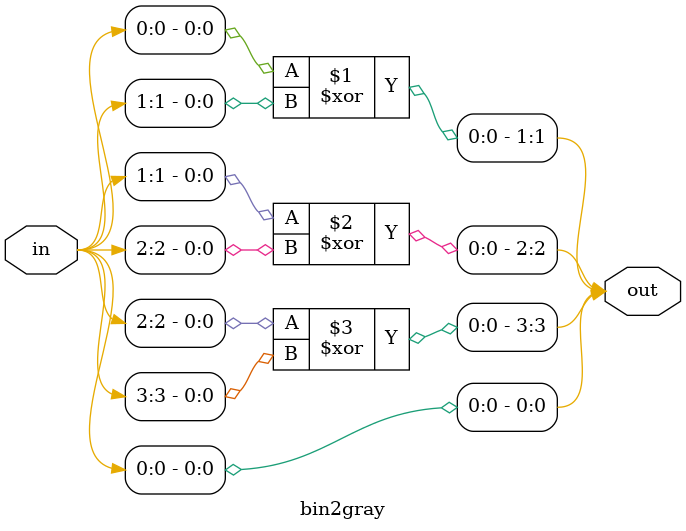
<source format=v>
module bin2gray(
    input [3:0] in,
    output [3:0] out
);

assign out[0] = in[0];
assign out[1] = in[0] ^ in[1];
assign out[2] = in[1] ^ in[2];
assign out[3] = in[2] ^ in[3];

endmodule
</source>
